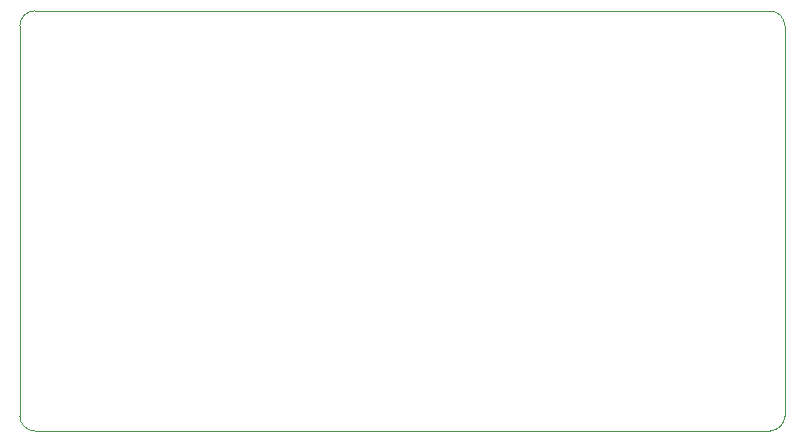
<source format=gm1>
%TF.GenerationSoftware,KiCad,Pcbnew,8.0.2*%
%TF.CreationDate,2024-05-12T16:09:50+01:00*%
%TF.ProjectId,TelemetryCANBoard,54656c65-6d65-4747-9279-43414e426f61,rev?*%
%TF.SameCoordinates,Original*%
%TF.FileFunction,Profile,NP*%
%FSLAX46Y46*%
G04 Gerber Fmt 4.6, Leading zero omitted, Abs format (unit mm)*
G04 Created by KiCad (PCBNEW 8.0.2) date 2024-05-12 16:09:50*
%MOMM*%
%LPD*%
G01*
G04 APERTURE LIST*
%TA.AperFunction,Profile*%
%ADD10C,0.100000*%
%TD*%
G04 APERTURE END LIST*
D10*
X187960000Y-74930000D02*
X125730000Y-74930000D01*
X189230000Y-109220000D02*
X189230000Y-76200000D01*
X124460000Y-76200000D02*
X124460000Y-109220000D01*
X187960000Y-110490000D02*
X125730000Y-110490000D01*
X189230000Y-109220000D02*
G75*
G02*
X187960000Y-110490000I-1270000J0D01*
G01*
X124460000Y-76200000D02*
G75*
G02*
X125730000Y-74930000I1270000J0D01*
G01*
X187960000Y-74930000D02*
G75*
G02*
X189230000Y-76200000I0J-1270000D01*
G01*
X125730000Y-110490000D02*
G75*
G02*
X124460000Y-109220000I0J1270000D01*
G01*
M02*

</source>
